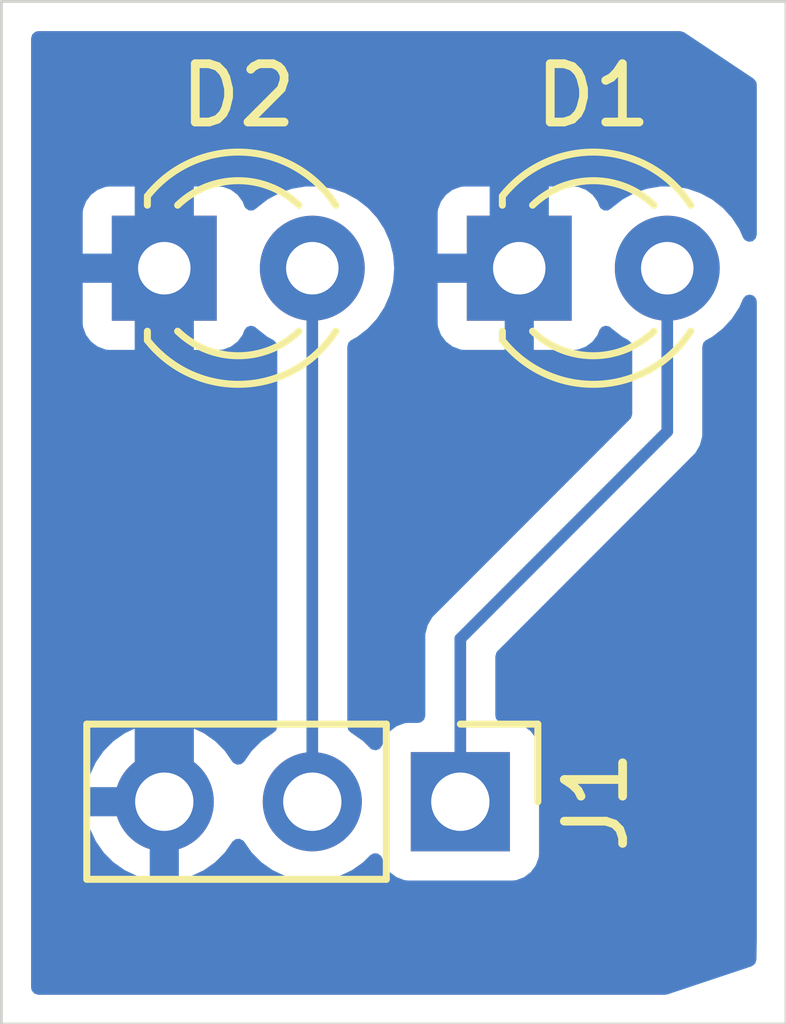
<source format=kicad_pcb>
(kicad_pcb (version 20240108) (generator "pcbnew") (generator_version "8.0")
  (title_block (date "2024-10-28") (rev "1"))
  (layers (0 "F.Cu" signal) (31 "B.Cu" signal) (34 "B.Paste" user) (35 "F.Paste" user) (36 "B.SilkS" user "B.Silkscreen") (37 "F.SilkS" user "F.Silkscreen") (38 "B.Mask" user) (39 "F.Mask" user) (44 "Edge.Cuts" user))
  (net 0 "")
  (net 1 "GND")
  (net 2 "Net-(D1-A)")
  (net 3 "Net-(D2-A)")
  (footprint "Connector_PinHeader_2.54mm:PinHeader_1x03_P2.54mm_Vertical" (layer "F.Cu") (at 119.38 108.712 -90)
    (property "Reference" "J1" (at 0 -2.33 90) (layer "F.SilkS"))
    (property "Value" "Conn_01x03_Pin" (hide yes))
    (fp_line (start -1.33 6.41) (end 1.33 6.41) (stroke (width 0.12)) (layer "F.SilkS"))
    (fp_line (start -1.33 1.27) (end -1.33 6.41) (stroke (width 0.12)) (layer "F.SilkS"))
    (fp_line (start -1.33 1.27) (end 1.33 1.27) (stroke (width 0.12)) (layer "F.SilkS"))
    (fp_line (start 1.33 1.27) (end 1.33 6.41) (stroke (width 0.12)) (layer "F.SilkS"))
    (fp_line (start -1.33 0) (end -1.33 -1.33) (stroke (width 0.12)) (layer "F.SilkS"))
    (fp_line (start -1.33 -1.33) (end 0 -1.33) (stroke (width 0.12)) (layer "F.SilkS"))
    (pad "1" thru_hole rect (at 0 0 270) (size 1.7 1.7) (drill 1) (layers "*.Cu" "*.Mask") (net 2 "Net-(D1-A)"))
    (pad "2" thru_hole oval (at 0 2.54 270) (size 1.7 1.7) (drill 1) (layers "*.Cu" "*.Mask") (net 3 "Net-(D2-A)"))
    (pad "3" thru_hole oval (at 0 5.08 270) (size 1.7 1.7) (drill 1) (layers "*.Cu" "*.Mask") (net 1 "GND"))
  )
  (footprint "LED_THT:LED_D3.0mm" (layer "F.Cu") (at 114.3 99.568)
    (property "Reference" "D2" (at 1.27 -2.96 0) (layer "F.SilkS"))
    (property "Value" "LED" (hide yes))
    (fp_line (start -0.29 -1.236) (end -0.29 -1.08) (stroke (width 0.12)) (layer "F.SilkS"))
    (fp_line (start -0.29 1.08) (end -0.29 1.236) (stroke (width 0.12)) (layer "F.SilkS"))
    (fp_arc (start -0.29 -1.235516) (mid 1.366487 -1.987659) (end 2.942335 -1.078608) (stroke (width 0.12)) (layer "F.SilkS"))
    (fp_arc (start 0.229039 -1.08) (mid 1.270117 -1.5) (end 2.31113 -1.079837) (stroke (width 0.12)) (layer "F.SilkS"))
    (fp_arc (start 2.31113 1.079837) (mid 1.270117 1.5) (end 0.229039 1.08) (stroke (width 0.12)) (layer "F.SilkS"))
    (fp_arc (start 2.942335 1.078608) (mid 1.366487 1.987659) (end -0.29 1.235516) (stroke (width 0.12)) (layer "F.SilkS"))
    (pad "1" thru_hole rect (at 0 0) (size 1.8 1.8) (drill 0.9) (layers "*.Cu" "*.Mask") (net 1 "GND"))
    (pad "2" thru_hole circle (at 2.54 0) (size 1.8 1.8) (drill 0.9) (layers "*.Cu" "*.Mask") (net 3 "Net-(D2-A)"))
  )
  (footprint "LED_THT:LED_D3.0mm" (layer "F.Cu") (at 120.391 99.568)
    (property "Reference" "D1" (at 1.27 -2.96 0) (layer "F.SilkS"))
    (property "Value" "LED" (hide yes))
    (fp_line (start -0.29 -1.236) (end -0.29 -1.08) (stroke (width 0.12)) (layer "F.SilkS"))
    (fp_line (start -0.29 1.08) (end -0.29 1.236) (stroke (width 0.12)) (layer "F.SilkS"))
    (fp_arc (start -0.29 -1.235516) (mid 1.366487 -1.987659) (end 2.942335 -1.078608) (stroke (width 0.12)) (layer "F.SilkS"))
    (fp_arc (start 0.229039 -1.08) (mid 1.270117 -1.5) (end 2.31113 -1.079837) (stroke (width 0.12)) (layer "F.SilkS"))
    (fp_arc (start 2.31113 1.079837) (mid 1.270117 1.5) (end 0.229039 1.08) (stroke (width 0.12)) (layer "F.SilkS"))
    (fp_arc (start 2.942335 1.078608) (mid 1.366487 1.987659) (end -0.29 1.235516) (stroke (width 0.12)) (layer "F.SilkS"))
    (pad "1" thru_hole rect (at 0 0) (size 1.8 1.8) (drill 0.9) (layers "*.Cu" "*.Mask") (net 1 "GND"))
    (pad "2" thru_hole circle (at 2.54 0) (size 1.8 1.8) (drill 0.9) (layers "*.Cu" "*.Mask") (net 2 "Net-(D1-A)"))
  )
  (gr_rect (start 111.506 94.996) (end 124.968 112.522) (stroke (width 0.05)) (fill none) (layer "Edge.Cuts"))
  (segment (start 119.888 96.266) (end 120.391 96.769) (width 1.016) (layer "B.Cu") (net 1))
  (segment (start 114.3 108.712) (end 114.3 99.568) (width 1.016) (layer "B.Cu") (net 1))
  (segment (start 114.808 96.266) (end 119.888 96.266) (width 1.016) (layer "B.Cu") (net 1))
  (segment (start 120.391 96.769) (end 120.391 99.568) (width 1.016) (layer "B.Cu") (net 1))
  (segment (start 114.3 99.568) (end 114.3 96.774) (width 1.016) (layer "B.Cu") (net 1))
  (segment (start 114.3 96.774) (end 114.808 96.266) (width 1.016) (layer "B.Cu") (net 1))
  (segment (start 122.931 102.367) (end 119.38 105.918) (width 0.2) (layer "B.Cu") (net 2))
  (segment (start 119.38 105.918) (end 119.38 108.712) (width 0.2) (layer "B.Cu") (net 2))
  (segment (start 122.931 99.568) (end 122.931 102.367) (width 0.2) (layer "B.Cu") (net 2))
  (segment (start 116.84 99.568) (end 116.84 108.712) (width 0.2) (layer "B.Cu") (net 3))
  (zone (net 1) (net_name "GND") (layer "B.Cu") (connect_pads (clearance 0.5)) (min_thickness 0.25) (fill yes (thermal_gap 0.5) (thermal_bridge_width 0.5))
    (polygon (pts (xy 112.014 95.504) (xy 123.19 95.504) (xy 124.714 96.52) (xy 124.46 111.506) (xy 122.174 112.268) (xy 112.014 112.268)))
  )
)
</source>
